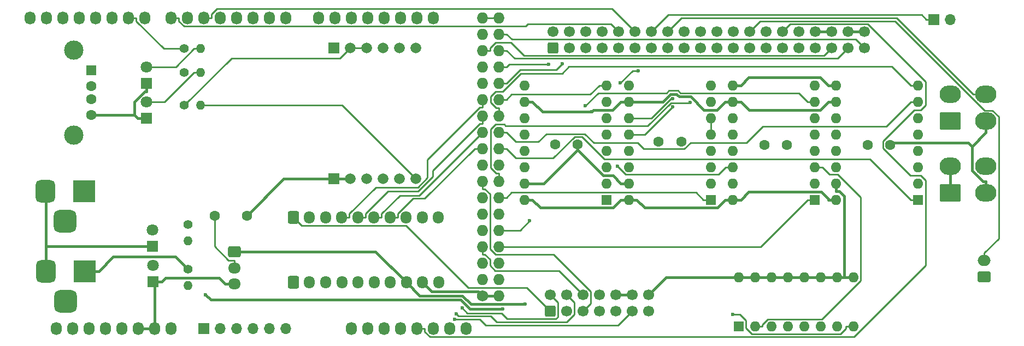
<source format=gbr>
G04 #@! TF.GenerationSoftware,KiCad,Pcbnew,(6.0.7-1)-1*
G04 #@! TF.CreationDate,2023-05-21T10:08:15+10:00*
G04 #@! TF.ProjectId,SARI_STANDBY_ETHERNET,53415249-5f53-4544-914e-4442595f4554,rev?*
G04 #@! TF.SameCoordinates,Original*
G04 #@! TF.FileFunction,Copper,L1,Top*
G04 #@! TF.FilePolarity,Positive*
%FSLAX46Y46*%
G04 Gerber Fmt 4.6, Leading zero omitted, Abs format (unit mm)*
G04 Created by KiCad (PCBNEW (6.0.7-1)-1) date 2023-05-21 10:08:15*
%MOMM*%
%LPD*%
G01*
G04 APERTURE LIST*
G04 Aperture macros list*
%AMRoundRect*
0 Rectangle with rounded corners*
0 $1 Rounding radius*
0 $2 $3 $4 $5 $6 $7 $8 $9 X,Y pos of 4 corners*
0 Add a 4 corners polygon primitive as box body*
4,1,4,$2,$3,$4,$5,$6,$7,$8,$9,$2,$3,0*
0 Add four circle primitives for the rounded corners*
1,1,$1+$1,$2,$3*
1,1,$1+$1,$4,$5*
1,1,$1+$1,$6,$7*
1,1,$1+$1,$8,$9*
0 Add four rect primitives between the rounded corners*
20,1,$1+$1,$2,$3,$4,$5,0*
20,1,$1+$1,$4,$5,$6,$7,0*
20,1,$1+$1,$6,$7,$8,$9,0*
20,1,$1+$1,$8,$9,$2,$3,0*%
G04 Aperture macros list end*
G04 #@! TA.AperFunction,ComponentPad*
%ADD10R,1.665000X1.665000*%
G04 #@! TD*
G04 #@! TA.AperFunction,ComponentPad*
%ADD11C,1.665000*%
G04 #@! TD*
G04 #@! TA.AperFunction,ComponentPad*
%ADD12O,1.400000X1.400000*%
G04 #@! TD*
G04 #@! TA.AperFunction,ComponentPad*
%ADD13C,1.400000*%
G04 #@! TD*
G04 #@! TA.AperFunction,ComponentPad*
%ADD14C,1.727200*%
G04 #@! TD*
G04 #@! TA.AperFunction,ComponentPad*
%ADD15O,1.727200X1.727200*%
G04 #@! TD*
G04 #@! TA.AperFunction,ComponentPad*
%ADD16O,1.727200X2.032000*%
G04 #@! TD*
G04 #@! TA.AperFunction,ComponentPad*
%ADD17R,1.700000X1.700000*%
G04 #@! TD*
G04 #@! TA.AperFunction,ComponentPad*
%ADD18O,1.700000X1.700000*%
G04 #@! TD*
G04 #@! TA.AperFunction,ComponentPad*
%ADD19R,1.800000X1.800000*%
G04 #@! TD*
G04 #@! TA.AperFunction,ComponentPad*
%ADD20C,1.800000*%
G04 #@! TD*
G04 #@! TA.AperFunction,ComponentPad*
%ADD21RoundRect,0.250000X0.600000X-0.600000X0.600000X0.600000X-0.600000X0.600000X-0.600000X-0.600000X0*%
G04 #@! TD*
G04 #@! TA.AperFunction,ComponentPad*
%ADD22C,1.700000*%
G04 #@! TD*
G04 #@! TA.AperFunction,ComponentPad*
%ADD23RoundRect,0.250000X-0.600000X-0.725000X0.600000X-0.725000X0.600000X0.725000X-0.600000X0.725000X0*%
G04 #@! TD*
G04 #@! TA.AperFunction,ComponentPad*
%ADD24O,1.700000X1.950000*%
G04 #@! TD*
G04 #@! TA.AperFunction,ComponentPad*
%ADD25C,1.600000*%
G04 #@! TD*
G04 #@! TA.AperFunction,ComponentPad*
%ADD26R,3.500000X3.500000*%
G04 #@! TD*
G04 #@! TA.AperFunction,ComponentPad*
%ADD27RoundRect,0.750000X-0.750000X-1.000000X0.750000X-1.000000X0.750000X1.000000X-0.750000X1.000000X0*%
G04 #@! TD*
G04 #@! TA.AperFunction,ComponentPad*
%ADD28RoundRect,0.875000X-0.875000X-0.875000X0.875000X-0.875000X0.875000X0.875000X-0.875000X0.875000X0*%
G04 #@! TD*
G04 #@! TA.AperFunction,ComponentPad*
%ADD29R,1.500000X1.600000*%
G04 #@! TD*
G04 #@! TA.AperFunction,ComponentPad*
%ADD30C,3.000000*%
G04 #@! TD*
G04 #@! TA.AperFunction,ComponentPad*
%ADD31RoundRect,0.250001X1.399999X-1.099999X1.399999X1.099999X-1.399999X1.099999X-1.399999X-1.099999X0*%
G04 #@! TD*
G04 #@! TA.AperFunction,ComponentPad*
%ADD32O,3.300000X2.700000*%
G04 #@! TD*
G04 #@! TA.AperFunction,ComponentPad*
%ADD33R,1.600000X1.600000*%
G04 #@! TD*
G04 #@! TA.AperFunction,ComponentPad*
%ADD34O,1.600000X1.600000*%
G04 #@! TD*
G04 #@! TA.AperFunction,ComponentPad*
%ADD35RoundRect,0.250000X0.750000X-0.600000X0.750000X0.600000X-0.750000X0.600000X-0.750000X-0.600000X0*%
G04 #@! TD*
G04 #@! TA.AperFunction,ComponentPad*
%ADD36O,2.000000X1.700000*%
G04 #@! TD*
G04 #@! TA.AperFunction,ComponentPad*
%ADD37O,1.950000X1.700000*%
G04 #@! TD*
G04 #@! TA.AperFunction,ComponentPad*
%ADD38RoundRect,0.250000X-0.725000X0.600000X-0.725000X-0.600000X0.725000X-0.600000X0.725000X0.600000X0*%
G04 #@! TD*
G04 #@! TA.AperFunction,ViaPad*
%ADD39C,0.600000*%
G04 #@! TD*
G04 #@! TA.AperFunction,Conductor*
%ADD40C,0.250000*%
G04 #@! TD*
G04 #@! TA.AperFunction,Conductor*
%ADD41C,0.450000*%
G04 #@! TD*
G04 APERTURE END LIST*
D10*
X174340000Y-95885000D03*
D11*
X176880000Y-95885000D03*
X179420000Y-95885000D03*
X181960000Y-95885000D03*
X184500000Y-95885000D03*
X187040000Y-95885000D03*
D10*
X174340000Y-75565000D03*
D11*
X176880000Y-75565000D03*
X179420000Y-75565000D03*
X181960000Y-75565000D03*
X184500000Y-75565000D03*
X187040000Y-75565000D03*
D12*
X153720000Y-84455000D03*
D13*
X151180000Y-84455000D03*
D14*
X197358000Y-114046000D03*
D15*
X199898000Y-114046000D03*
X197358000Y-111506000D03*
X199898000Y-111506000D03*
X197358000Y-108966000D03*
X199898000Y-108966000D03*
X197358000Y-106426000D03*
X199898000Y-106426000D03*
X197358000Y-103886000D03*
X199898000Y-103886000D03*
X197358000Y-101346000D03*
X199898000Y-101346000D03*
X197358000Y-98806000D03*
X199898000Y-98806000D03*
X197358000Y-96266000D03*
X199898000Y-96266000D03*
X197358000Y-93726000D03*
X199898000Y-93726000D03*
X197358000Y-91186000D03*
X199898000Y-91186000D03*
X197358000Y-88646000D03*
X199898000Y-88646000D03*
X197358000Y-86106000D03*
X199898000Y-86106000D03*
X197358000Y-83566000D03*
X199898000Y-83566000D03*
X197358000Y-81026000D03*
X199898000Y-81026000D03*
X197358000Y-78486000D03*
X199898000Y-78486000D03*
X197358000Y-75946000D03*
X199898000Y-75946000D03*
X197358000Y-73406000D03*
X199898000Y-73406000D03*
X197358000Y-70866000D03*
X199898000Y-70866000D03*
D16*
X131318000Y-119126000D03*
X133858000Y-119126000D03*
X136398000Y-119126000D03*
X138938000Y-119126000D03*
X141478000Y-119126000D03*
X144018000Y-119126000D03*
X146558000Y-119126000D03*
X149098000Y-119126000D03*
D17*
X154178000Y-119126000D03*
D18*
X156718000Y-119126000D03*
X159258000Y-119126000D03*
X161798000Y-119126000D03*
X164338000Y-119126000D03*
X166878000Y-119126000D03*
D16*
X177038000Y-119126000D03*
X179578000Y-119126000D03*
X182118000Y-119126000D03*
X184658000Y-119126000D03*
X187198000Y-119126000D03*
X189738000Y-119126000D03*
X192278000Y-119126000D03*
X194818000Y-119126000D03*
X127254000Y-70866000D03*
X129794000Y-70866000D03*
X132334000Y-70866000D03*
X134874000Y-70866000D03*
X137414000Y-70866000D03*
X139954000Y-70866000D03*
X142494000Y-70866000D03*
X145034000Y-70866000D03*
X149098000Y-70866000D03*
X151638000Y-70866000D03*
X154178000Y-70866000D03*
X156718000Y-70866000D03*
X159258000Y-70866000D03*
X161798000Y-70866000D03*
X164338000Y-70866000D03*
X166878000Y-70866000D03*
X171958000Y-70866000D03*
X174498000Y-70866000D03*
X177038000Y-70866000D03*
X179578000Y-70866000D03*
X182118000Y-70866000D03*
X184658000Y-70866000D03*
X187198000Y-70866000D03*
X189738000Y-70866000D03*
D19*
X145300000Y-81025000D03*
D20*
X145300000Y-78485000D03*
D19*
X145300000Y-86525000D03*
D20*
X145300000Y-83985000D03*
D13*
X151150000Y-75680000D03*
D12*
X153690000Y-75680000D03*
D21*
X207890000Y-116450000D03*
D22*
X207890000Y-113910000D03*
X210430000Y-116450000D03*
X210430000Y-113910000D03*
X212970000Y-116450000D03*
X212970000Y-113910000D03*
X215510000Y-116450000D03*
X215510000Y-113910000D03*
X218050000Y-116450000D03*
X218050000Y-113910000D03*
X220590000Y-116450000D03*
X220590000Y-113910000D03*
X223130000Y-116450000D03*
X223130000Y-113910000D03*
D19*
X146350000Y-111925000D03*
D20*
X146350000Y-109385000D03*
D23*
X168054000Y-101854000D03*
D24*
X170554000Y-101854000D03*
X173054000Y-101854000D03*
X175554000Y-101854000D03*
X178054000Y-101854000D03*
X180554000Y-101854000D03*
X183054000Y-101854000D03*
X185554000Y-101854000D03*
X188054000Y-101854000D03*
X190554000Y-101854000D03*
D13*
X151180000Y-79375000D03*
D12*
X153720000Y-79375000D03*
D13*
X151750000Y-109960000D03*
D12*
X151750000Y-112500000D03*
D25*
X241049600Y-90620000D03*
X244549600Y-90620000D03*
X224649600Y-90120000D03*
X228149600Y-90120000D03*
D26*
X135650000Y-97800000D03*
D27*
X129650000Y-97800000D03*
D28*
X132650000Y-102500000D03*
D29*
X136750000Y-79000000D03*
D25*
X136750000Y-81500000D03*
X136750000Y-83500000D03*
X136750000Y-86000000D03*
D30*
X134040000Y-75930000D03*
X134040000Y-89070000D03*
D31*
X269850000Y-98100000D03*
D32*
X269850000Y-93900000D03*
X275350000Y-98100000D03*
X275350000Y-93900000D03*
D25*
X257049600Y-90620000D03*
X260549600Y-90620000D03*
D21*
X208280000Y-75565000D03*
D22*
X208280000Y-73025000D03*
X210820000Y-75565000D03*
X210820000Y-73025000D03*
X213360000Y-75565000D03*
X213360000Y-73025000D03*
X215900000Y-75565000D03*
X215900000Y-73025000D03*
X218440000Y-75565000D03*
X218440000Y-73025000D03*
X220980000Y-75565000D03*
X220980000Y-73025000D03*
X223520000Y-75565000D03*
X223520000Y-73025000D03*
X226060000Y-75565000D03*
X226060000Y-73025000D03*
X228600000Y-75565000D03*
X228600000Y-73025000D03*
X231140000Y-75565000D03*
X231140000Y-73025000D03*
X233680000Y-75565000D03*
X233680000Y-73025000D03*
X236220000Y-75565000D03*
X236220000Y-73025000D03*
X238760000Y-75565000D03*
X238760000Y-73025000D03*
X241300000Y-75565000D03*
X241300000Y-73025000D03*
X243840000Y-75565000D03*
X243840000Y-73025000D03*
X246380000Y-75565000D03*
X246380000Y-73025000D03*
X248920000Y-75565000D03*
X248920000Y-73025000D03*
X251460000Y-75565000D03*
X251460000Y-73025000D03*
X254000000Y-75565000D03*
X254000000Y-73025000D03*
X256540000Y-75565000D03*
X256540000Y-73025000D03*
D33*
X264889600Y-99170000D03*
D34*
X264889600Y-96630000D03*
X264889600Y-94090000D03*
X264889600Y-91550000D03*
X264889600Y-89010000D03*
X264889600Y-86470000D03*
X264889600Y-83930000D03*
X264889600Y-81390000D03*
X252189600Y-81390000D03*
X252189600Y-83930000D03*
X252189600Y-86470000D03*
X252189600Y-89010000D03*
X252189600Y-91550000D03*
X252189600Y-94090000D03*
X252189600Y-96630000D03*
X252189600Y-99170000D03*
D26*
X135750000Y-110242500D03*
D27*
X129750000Y-110242500D03*
D28*
X132750000Y-114942500D03*
D25*
X160869000Y-101600000D03*
X155869000Y-101600000D03*
D19*
X146250000Y-106350000D03*
D20*
X146250000Y-103810000D03*
D13*
X151750000Y-103010000D03*
D12*
X151750000Y-105550000D03*
D33*
X232739600Y-99170000D03*
D34*
X232739600Y-96630000D03*
X232739600Y-94090000D03*
X232739600Y-91550000D03*
X232739600Y-89010000D03*
X232739600Y-86470000D03*
X232739600Y-83930000D03*
X232739600Y-81390000D03*
X220039600Y-81390000D03*
X220039600Y-83930000D03*
X220039600Y-86470000D03*
X220039600Y-89010000D03*
X220039600Y-91550000D03*
X220039600Y-94090000D03*
X220039600Y-96630000D03*
X220039600Y-99170000D03*
D23*
X168074000Y-111997000D03*
D24*
X170574000Y-111997000D03*
X173074000Y-111997000D03*
X175574000Y-111997000D03*
X178074000Y-111997000D03*
X180574000Y-111997000D03*
X183074000Y-111997000D03*
X185574000Y-111997000D03*
X188074000Y-111997000D03*
X190574000Y-111997000D03*
D35*
X275100000Y-111100000D03*
D36*
X275100000Y-108600000D03*
D37*
X158894000Y-112228000D03*
X158894000Y-109728000D03*
D38*
X158894000Y-107228000D03*
D33*
X237050000Y-118867500D03*
D34*
X239590000Y-118867500D03*
X242130000Y-118867500D03*
X244670000Y-118867500D03*
X247210000Y-118867500D03*
X249750000Y-118867500D03*
X252290000Y-118867500D03*
X254830000Y-118867500D03*
X254830000Y-111247500D03*
X252290000Y-111247500D03*
X249750000Y-111247500D03*
X247210000Y-111247500D03*
X244670000Y-111247500D03*
X242130000Y-111247500D03*
X239590000Y-111247500D03*
X237050000Y-111247500D03*
D33*
X248889600Y-99170000D03*
D34*
X248889600Y-96630000D03*
X248889600Y-94090000D03*
X248889600Y-91550000D03*
X248889600Y-89010000D03*
X248889600Y-86470000D03*
X248889600Y-83930000D03*
X248889600Y-81390000D03*
X236189600Y-81390000D03*
X236189600Y-83930000D03*
X236189600Y-86470000D03*
X236189600Y-89010000D03*
X236189600Y-91550000D03*
X236189600Y-94090000D03*
X236189600Y-96630000D03*
X236189600Y-99170000D03*
D33*
X216589600Y-99170000D03*
D34*
X216589600Y-96630000D03*
X216589600Y-94090000D03*
X216589600Y-91550000D03*
X216589600Y-89010000D03*
X216589600Y-86470000D03*
X216589600Y-83930000D03*
X216589600Y-81390000D03*
X203889600Y-81390000D03*
X203889600Y-83930000D03*
X203889600Y-86470000D03*
X203889600Y-89010000D03*
X203889600Y-91550000D03*
X203889600Y-94090000D03*
X203889600Y-96630000D03*
X203889600Y-99170000D03*
D17*
X267335000Y-71120000D03*
D18*
X269875000Y-71120000D03*
D25*
X208599600Y-90520000D03*
X212099600Y-90520000D03*
D31*
X269850000Y-86950000D03*
D32*
X269850000Y-82750000D03*
X275350000Y-86950000D03*
X275350000Y-82750000D03*
D39*
X236151800Y-116942200D03*
X218737200Y-80978200D03*
X221506600Y-79091500D03*
X226807400Y-84710500D03*
X226835400Y-83447000D03*
X218314600Y-93970200D03*
X200547600Y-116140500D03*
X154476500Y-113902400D03*
X193027900Y-117714600D03*
X213303200Y-84550100D03*
X204632200Y-102431700D03*
X229527300Y-84069400D03*
X209716700Y-77987400D03*
X207581800Y-78064100D03*
X203962900Y-115375000D03*
X214275800Y-85500000D03*
X193311700Y-116885700D03*
X194203500Y-115963800D03*
D40*
X148084700Y-83985000D02*
X145300000Y-83985000D01*
X152694700Y-79375000D02*
X148084700Y-83985000D01*
X153720000Y-79375000D02*
X152694700Y-79375000D01*
X149859700Y-78485000D02*
X145300000Y-78485000D01*
X152664700Y-75680000D02*
X149859700Y-78485000D01*
X153690000Y-75680000D02*
X152664700Y-75680000D01*
X175283800Y-77161200D02*
X176880000Y-75565000D01*
X158473800Y-77161200D02*
X175283800Y-77161200D01*
X151180000Y-84455000D02*
X158473800Y-77161200D01*
X179420000Y-75565000D02*
X176880000Y-75565000D01*
X175610000Y-84455000D02*
X187040000Y-95885000D01*
X153720000Y-84455000D02*
X175610000Y-84455000D01*
X254830000Y-118867500D02*
X253704700Y-118867500D01*
X237210600Y-116942200D02*
X236151800Y-116942200D01*
X238175400Y-117907000D02*
X237210600Y-116942200D01*
X238175400Y-119080400D02*
X238175400Y-117907000D01*
X239087800Y-119992800D02*
X238175400Y-119080400D01*
X252860800Y-119992800D02*
X239087800Y-119992800D01*
X253704700Y-119148900D02*
X252860800Y-119992800D01*
X253704700Y-118867500D02*
X253704700Y-119148900D01*
X220623900Y-79091500D02*
X221506600Y-79091500D01*
X218737200Y-80978200D02*
X220623900Y-79091500D01*
X222507900Y-89010000D02*
X226807400Y-84710500D01*
X220039600Y-89010000D02*
X222507900Y-89010000D01*
X220039600Y-86470000D02*
X221164900Y-86470000D01*
X226549700Y-83447000D02*
X226835400Y-83447000D01*
X223526700Y-86470000D02*
X226549700Y-83447000D01*
X221164900Y-86470000D02*
X223526700Y-86470000D01*
X143682900Y-71386100D02*
X143682900Y-70866000D01*
X147976800Y-75680000D02*
X143682900Y-71386100D01*
X151150000Y-75680000D02*
X147976800Y-75680000D01*
X142494000Y-70866000D02*
X143682900Y-70866000D01*
X219583400Y-95239000D02*
X218314600Y-93970200D01*
X233915300Y-95239000D02*
X219583400Y-95239000D01*
X235064300Y-94090000D02*
X233915300Y-95239000D01*
X236189600Y-94090000D02*
X235064300Y-94090000D01*
X240715300Y-118586100D02*
X240715300Y-118867500D01*
X241559200Y-117742200D02*
X240715300Y-118586100D01*
X249959700Y-117742200D02*
X241559200Y-117742200D01*
X255985100Y-111716800D02*
X249959700Y-117742200D01*
X255985100Y-98791000D02*
X255985100Y-111716800D01*
X252409400Y-95215300D02*
X255985100Y-98791000D01*
X251140200Y-95215300D02*
X252409400Y-95215300D01*
X250014900Y-94090000D02*
X251140200Y-95215300D01*
X248889600Y-94090000D02*
X250014900Y-94090000D01*
X239590000Y-118867500D02*
X240715300Y-118867500D01*
D41*
X149822400Y-108032400D02*
X151750000Y-109960000D01*
X140135400Y-108032400D02*
X149822400Y-108032400D01*
X137925300Y-110242500D02*
X140135400Y-108032400D01*
X135750000Y-110242500D02*
X137925300Y-110242500D01*
X233738900Y-100395400D02*
X234964300Y-99170000D01*
X222490300Y-100395400D02*
X233738900Y-100395400D01*
X221264900Y-99170000D02*
X222490300Y-100395400D01*
X220039600Y-99170000D02*
X221264900Y-99170000D01*
X235577000Y-99170000D02*
X234964300Y-99170000D01*
X235577000Y-99170000D02*
X236189600Y-99170000D01*
X250964300Y-99043100D02*
X250964300Y-99170000D01*
X249865800Y-97944600D02*
X250964300Y-99043100D01*
X238640300Y-97944600D02*
X249865800Y-97944600D01*
X237414900Y-99170000D02*
X238640300Y-97944600D01*
X236189600Y-99170000D02*
X237414900Y-99170000D01*
X252189600Y-99170000D02*
X250964300Y-99170000D01*
X217588900Y-100395400D02*
X218814300Y-99170000D01*
X206340300Y-100395400D02*
X217588900Y-100395400D01*
X205114900Y-99170000D02*
X206340300Y-100395400D01*
X203889600Y-99170000D02*
X205114900Y-99170000D01*
X220039600Y-99170000D02*
X218814300Y-99170000D01*
X155284400Y-114710300D02*
X154476500Y-113902400D01*
X193975800Y-114710300D02*
X155284400Y-114710300D01*
X195406000Y-116140500D02*
X193975800Y-114710300D01*
X200547600Y-116140500D02*
X195406000Y-116140500D01*
D40*
X275100000Y-108600000D02*
X275100000Y-107424700D01*
X277361300Y-105163400D02*
X275100000Y-107424700D01*
X277361300Y-86235600D02*
X277361300Y-105163400D01*
X276399300Y-85273600D02*
X277361300Y-86235600D01*
X275197200Y-85273600D02*
X276399300Y-85273600D01*
X261300600Y-71377000D02*
X275197200Y-85273600D01*
X240408000Y-71377000D02*
X261300600Y-71377000D01*
X238760000Y-73025000D02*
X240408000Y-71377000D01*
X196937800Y-117714600D02*
X193027900Y-117714600D01*
X197878800Y-118655600D02*
X196937800Y-117714600D01*
X218384400Y-118655600D02*
X197878800Y-118655600D01*
X220590000Y-116450000D02*
X218384400Y-118655600D01*
X155366900Y-70345900D02*
X155366900Y-70866000D01*
X156229000Y-69483800D02*
X155366900Y-70345900D01*
X217438800Y-69483800D02*
X156229000Y-69483800D01*
X220980000Y-73025000D02*
X217438800Y-69483800D01*
X154178000Y-70866000D02*
X155366900Y-70866000D01*
X149098000Y-70866000D02*
X150286900Y-70866000D01*
X217264600Y-71849600D02*
X218440000Y-73025000D01*
X204419900Y-71849600D02*
X217264600Y-71849600D01*
X204062100Y-72207400D02*
X204419900Y-71849600D01*
X151108200Y-72207400D02*
X204062100Y-72207400D01*
X150286900Y-71386100D02*
X151108200Y-72207400D01*
X150286900Y-70866000D02*
X150286900Y-71386100D01*
X199898000Y-70866000D02*
X197358000Y-70866000D01*
X264889600Y-81390000D02*
X263764300Y-81390000D01*
X199898000Y-86106000D02*
X199898000Y-84917100D01*
X260814700Y-78440400D02*
X263764300Y-81390000D01*
X210787400Y-78440400D02*
X260814700Y-78440400D01*
X209692500Y-79535300D02*
X210787400Y-78440400D01*
X203316100Y-79535300D02*
X209692500Y-79535300D01*
X200474400Y-82377000D02*
X203316100Y-79535300D01*
X199383700Y-82377000D02*
X200474400Y-82377000D01*
X198681700Y-83079000D02*
X199383700Y-82377000D01*
X198681700Y-84070300D02*
X198681700Y-83079000D01*
X199528500Y-84917100D02*
X198681700Y-84070300D01*
X199898000Y-84917100D02*
X199528500Y-84917100D01*
D41*
X239590000Y-111247500D02*
X242130000Y-111247500D01*
X242130000Y-111247500D02*
X244670000Y-111247500D01*
X244670000Y-111247500D02*
X247210000Y-111247500D01*
X247210000Y-111247500D02*
X249750000Y-111247500D01*
X249750000Y-111247500D02*
X252290000Y-111247500D01*
X256540000Y-73025000D02*
X254000000Y-73025000D01*
X199898000Y-114046000D02*
X197358000Y-114046000D01*
X249735800Y-80161500D02*
X250964300Y-81390000D01*
X238643400Y-80161500D02*
X249735800Y-80161500D01*
X237414900Y-81390000D02*
X238643400Y-80161500D01*
X236189600Y-81390000D02*
X237414900Y-81390000D01*
X252189600Y-81390000D02*
X250964300Y-81390000D01*
X239590000Y-111247500D02*
X237050000Y-111247500D01*
X225792500Y-111247500D02*
X223130000Y-113910000D01*
X237050000Y-111247500D02*
X225792500Y-111247500D01*
X275350000Y-86950000D02*
X275350000Y-88725300D01*
X275350000Y-98100000D02*
X275350000Y-96324700D01*
X272661700Y-90280000D02*
X273228500Y-90846800D01*
X260889600Y-90280000D02*
X272661700Y-90280000D01*
X260549600Y-90620000D02*
X260889600Y-90280000D01*
X275350000Y-88725300D02*
X273228500Y-90846800D01*
X274961600Y-96324700D02*
X275350000Y-96324700D01*
X273228500Y-94591600D02*
X274961600Y-96324700D01*
X273228500Y-90846800D02*
X273228500Y-94591600D01*
X189486700Y-113409700D02*
X188074000Y-111997000D01*
X196721700Y-113409700D02*
X189486700Y-113409700D01*
X197358000Y-114046000D02*
X196721700Y-113409700D01*
X253415000Y-98621200D02*
X253415000Y-111247500D01*
X252649100Y-97855300D02*
X253415000Y-98621200D01*
X252189600Y-97855300D02*
X252649100Y-97855300D01*
X252290000Y-111247500D02*
X253415000Y-111247500D01*
X253415000Y-111247500D02*
X254830000Y-111247500D01*
X252189600Y-96630000D02*
X252189600Y-97855300D01*
X220039600Y-96630000D02*
X218814300Y-96630000D01*
X206869800Y-96630000D02*
X212099600Y-91400200D01*
X203889600Y-96630000D02*
X206869800Y-96630000D01*
X216104000Y-95404600D02*
X212099600Y-91400200D01*
X217588900Y-95404600D02*
X216104000Y-95404600D01*
X218814300Y-96630000D02*
X217588900Y-95404600D01*
X212099600Y-91400200D02*
X212099600Y-90520000D01*
D40*
X264889600Y-83930000D02*
X263764300Y-83930000D01*
X199898000Y-88646000D02*
X201086900Y-88646000D01*
X202579400Y-90138500D02*
X201086900Y-88646000D01*
X206007600Y-90138500D02*
X202579400Y-90138500D01*
X207244100Y-88902000D02*
X206007600Y-90138500D01*
X213245200Y-88902000D02*
X207244100Y-88902000D01*
X214623200Y-90280000D02*
X213245200Y-88902000D01*
X221398700Y-90280000D02*
X214623200Y-90280000D01*
X222380200Y-91261500D02*
X221398700Y-90280000D01*
X228614100Y-91261500D02*
X222380200Y-91261500D01*
X229595600Y-90280000D02*
X228614100Y-91261500D01*
X238253600Y-90280000D02*
X229595600Y-90280000D01*
X240793600Y-87740000D02*
X238253600Y-90280000D01*
X259954300Y-87740000D02*
X240793600Y-87740000D01*
X263764300Y-83930000D02*
X259954300Y-87740000D01*
X232739600Y-86470000D02*
X232739600Y-89010000D01*
X202579400Y-92678500D02*
X201086900Y-91186000D01*
X208315300Y-92678500D02*
X202579400Y-92678500D01*
X211641400Y-89352400D02*
X208315300Y-92678500D01*
X212791300Y-89352400D02*
X211641400Y-89352400D01*
X216258900Y-92820000D02*
X212791300Y-89352400D01*
X257414300Y-92820000D02*
X216258900Y-92820000D01*
X263764300Y-99170000D02*
X257414300Y-92820000D01*
X264889600Y-99170000D02*
X263764300Y-99170000D01*
X199898000Y-91186000D02*
X201086900Y-91186000D01*
X203177900Y-103886000D02*
X199898000Y-103886000D01*
X204632200Y-102431700D02*
X203177900Y-103886000D01*
X248889600Y-83930000D02*
X247764300Y-83930000D01*
X215285700Y-82567600D02*
X213303200Y-84550100D01*
X225872500Y-82567600D02*
X215285700Y-82567600D01*
X226271700Y-82168400D02*
X225872500Y-82567600D01*
X227648900Y-82168400D02*
X226271700Y-82168400D01*
X228048100Y-82567600D02*
X227648900Y-82168400D01*
X246401900Y-82567600D02*
X228048100Y-82567600D01*
X247764300Y-83930000D02*
X246401900Y-82567600D01*
X248889600Y-99170000D02*
X247764300Y-99170000D01*
X240508300Y-106426000D02*
X199898000Y-106426000D01*
X247764300Y-99170000D02*
X240508300Y-106426000D01*
X201927600Y-74246700D02*
X201086900Y-73406000D01*
X255221700Y-74246700D02*
X201927600Y-74246700D01*
X256540000Y-75565000D02*
X255221700Y-74246700D01*
X199898000Y-73406000D02*
X201086900Y-73406000D01*
X202332700Y-77191800D02*
X201086900Y-75946000D01*
X252373200Y-77191800D02*
X202332700Y-77191800D01*
X254000000Y-75565000D02*
X252373200Y-77191800D01*
X199898000Y-75946000D02*
X201086900Y-75946000D01*
X197358000Y-75946000D02*
X198546900Y-75946000D01*
X198546900Y-75574400D02*
X198546900Y-75946000D01*
X199364200Y-74757100D02*
X198546900Y-75574400D01*
X201801100Y-74757100D02*
X199364200Y-74757100D01*
X203785400Y-76741400D02*
X201801100Y-74757100D01*
X250283600Y-76741400D02*
X203785400Y-76741400D01*
X251460000Y-75565000D02*
X250283600Y-76741400D01*
X187198000Y-119126000D02*
X188386900Y-119126000D01*
X245015400Y-71849600D02*
X243840000Y-73025000D01*
X257093400Y-71849600D02*
X245015400Y-71849600D01*
X266040500Y-80796700D02*
X257093400Y-71849600D01*
X266040500Y-84435800D02*
X266040500Y-80796700D01*
X265276300Y-85200000D02*
X266040500Y-84435800D01*
X264295000Y-85200000D02*
X265276300Y-85200000D01*
X259417600Y-90077400D02*
X264295000Y-85200000D01*
X259417600Y-91106300D02*
X259417600Y-90077400D01*
X263671300Y-95360000D02*
X259417600Y-91106300D01*
X265243000Y-95360000D02*
X263671300Y-95360000D01*
X266030800Y-96147800D02*
X265243000Y-95360000D01*
X266030800Y-109349600D02*
X266030800Y-96147800D01*
X254911500Y-120468900D02*
X266030800Y-109349600D01*
X189209700Y-120468900D02*
X254911500Y-120468900D01*
X188386900Y-119646100D02*
X189209700Y-120468900D01*
X188386900Y-119126000D02*
X188386900Y-119646100D01*
X199898000Y-96266000D02*
X199898000Y-95077100D01*
X229511500Y-84085200D02*
X229527300Y-84069400D01*
X226548400Y-84085200D02*
X229511500Y-84085200D01*
X222984600Y-87649000D02*
X226548400Y-84085200D01*
X200937100Y-87649000D02*
X222984600Y-87649000D01*
X200745100Y-87457000D02*
X200937100Y-87649000D01*
X199380500Y-87457000D02*
X200745100Y-87457000D01*
X198681700Y-88155800D02*
X199380500Y-87457000D01*
X198681700Y-94230300D02*
X198681700Y-88155800D01*
X199528500Y-95077100D02*
X198681700Y-94230300D01*
X199898000Y-95077100D02*
X199528500Y-95077100D01*
X201879600Y-98013300D02*
X201086900Y-98806000D01*
X230457600Y-98013300D02*
X201879600Y-98013300D01*
X231614300Y-99170000D02*
X230457600Y-98013300D01*
X232739600Y-99170000D02*
X231614300Y-99170000D01*
X199898000Y-98806000D02*
X201086900Y-98806000D01*
X216589600Y-81390000D02*
X215464300Y-81390000D01*
X199898000Y-83566000D02*
X201086900Y-83566000D01*
X214056300Y-82798000D02*
X215464300Y-81390000D01*
X201854900Y-82798000D02*
X214056300Y-82798000D01*
X201086900Y-83566000D02*
X201854900Y-82798000D01*
X226122600Y-70422400D02*
X223520000Y-73025000D01*
X265462100Y-70422400D02*
X226122600Y-70422400D01*
X266159700Y-71120000D02*
X265462100Y-70422400D01*
X267335000Y-71120000D02*
X266159700Y-71120000D01*
X204216000Y-112776000D02*
X207890000Y-116450000D01*
X195153100Y-112776000D02*
X204216000Y-112776000D01*
X185531500Y-103154400D02*
X195153100Y-112776000D01*
X169354400Y-103154400D02*
X185531500Y-103154400D01*
X168054000Y-101854000D02*
X169354400Y-103154400D01*
D41*
X269850000Y-93900000D02*
X269850000Y-98100000D01*
D40*
X275350000Y-82750000D02*
X273374700Y-82750000D01*
X261549700Y-70925000D02*
X273374700Y-82750000D01*
X228160000Y-70925000D02*
X261549700Y-70925000D01*
X226060000Y-73025000D02*
X228160000Y-70925000D01*
X199898000Y-81026000D02*
X201086900Y-81026000D01*
X203176500Y-78936400D02*
X201086900Y-81026000D01*
X208767700Y-78936400D02*
X203176500Y-78936400D01*
X209716700Y-77987400D02*
X208767700Y-78936400D01*
X201508800Y-78064100D02*
X201086900Y-78486000D01*
X207581800Y-78064100D02*
X201508800Y-78064100D01*
X199898000Y-78486000D02*
X201086900Y-78486000D01*
X183054000Y-101854000D02*
X184229300Y-101854000D01*
X197358000Y-91186000D02*
X196169100Y-91186000D01*
X188420000Y-98935100D02*
X196169100Y-91186000D01*
X186636400Y-98935100D02*
X188420000Y-98935100D01*
X184229300Y-101342200D02*
X186636400Y-98935100D01*
X184229300Y-101854000D02*
X184229300Y-101342200D01*
X187519200Y-98484800D02*
X197358000Y-88646000D01*
X184584300Y-98484800D02*
X187519200Y-98484800D01*
X181729300Y-101339800D02*
X184584300Y-98484800D01*
X181729300Y-101854000D02*
X181729300Y-101339800D01*
X180554000Y-101854000D02*
X181729300Y-101854000D01*
X178054000Y-101854000D02*
X179229300Y-101854000D01*
X197358000Y-86106000D02*
X197358000Y-87294900D01*
X196981300Y-87294900D02*
X197358000Y-87294900D01*
X189645200Y-94631000D02*
X196981300Y-87294900D01*
X189645200Y-95554200D02*
X189645200Y-94631000D01*
X187390100Y-97809300D02*
X189645200Y-95554200D01*
X182759800Y-97809300D02*
X187390100Y-97809300D01*
X179229300Y-101339800D02*
X182759800Y-97809300D01*
X179229300Y-101854000D02*
X179229300Y-101339800D01*
D41*
X251460000Y-73025000D02*
X248920000Y-73025000D01*
X220590000Y-113910000D02*
X218050000Y-113910000D01*
X249694300Y-85200000D02*
X250964300Y-83930000D01*
X238684900Y-85200000D02*
X249694300Y-85200000D01*
X237414900Y-83930000D02*
X238684900Y-85200000D01*
X236189600Y-83930000D02*
X237414900Y-83930000D01*
X252189600Y-83930000D02*
X250964300Y-83930000D01*
X180805000Y-107228000D02*
X185574000Y-111997000D01*
X158894000Y-107228000D02*
X180805000Y-107228000D01*
X187637000Y-114060000D02*
X185574000Y-111997000D01*
X194245200Y-114060000D02*
X187637000Y-114060000D01*
X195560200Y-115375000D02*
X194245200Y-114060000D01*
X203962900Y-115375000D02*
X195560200Y-115375000D01*
X236189600Y-83930000D02*
X234964300Y-83930000D01*
X220039600Y-83930000D02*
X221264900Y-83930000D01*
X203889600Y-83930000D02*
X205114900Y-83930000D01*
X220039600Y-83930000D02*
X218814300Y-83930000D01*
X214531200Y-85244600D02*
X214275800Y-85500000D01*
X217499700Y-85244600D02*
X214531200Y-85244600D01*
X218814300Y-83930000D02*
X217499700Y-85244600D01*
X206684900Y-85500000D02*
X205114900Y-83930000D01*
X214275800Y-85500000D02*
X206684900Y-85500000D01*
X225288400Y-83930000D02*
X221264900Y-83930000D01*
X226499700Y-82718700D02*
X225288400Y-83930000D01*
X227420900Y-82718700D02*
X226499700Y-82718700D01*
X227820100Y-83117900D02*
X227420900Y-82718700D01*
X229601600Y-83117900D02*
X227820100Y-83117900D01*
X231689300Y-85205600D02*
X229601600Y-83117900D01*
X233688700Y-85205600D02*
X231689300Y-85205600D01*
X234964300Y-83930000D02*
X233688700Y-85205600D01*
D40*
X196986500Y-84754900D02*
X197358000Y-84754900D01*
X188829700Y-92911700D02*
X196986500Y-84754900D01*
X188829700Y-95732800D02*
X188829700Y-92911700D01*
X187362600Y-97199900D02*
X188829700Y-95732800D01*
X180869200Y-97199900D02*
X187362600Y-97199900D01*
X176729300Y-101339800D02*
X180869200Y-97199900D01*
X176729300Y-101854000D02*
X176729300Y-101339800D01*
X175554000Y-101854000D02*
X176729300Y-101854000D01*
X197358000Y-83566000D02*
X197358000Y-84754900D01*
D41*
X148283400Y-111316900D02*
X147675300Y-111925000D01*
X156582600Y-111316900D02*
X148283400Y-111316900D01*
X157493700Y-112228000D02*
X156582600Y-111316900D01*
X158894000Y-112228000D02*
X157493700Y-112228000D01*
X145300000Y-86525000D02*
X143974700Y-86525000D01*
X146558000Y-119126000D02*
X144018000Y-119126000D01*
X166584000Y-95885000D02*
X174340000Y-95885000D01*
X160869000Y-101600000D02*
X166584000Y-95885000D01*
X176880000Y-95885000D02*
X174340000Y-95885000D01*
X146350000Y-111925000D02*
X147012700Y-111925000D01*
X147012700Y-111925000D02*
X147675300Y-111925000D01*
X146558000Y-112379700D02*
X146558000Y-119126000D01*
X147012700Y-111925000D02*
X146558000Y-112379700D01*
X146250000Y-106350000D02*
X144924700Y-106350000D01*
X129750000Y-106350000D02*
X144924700Y-106350000D01*
X129750000Y-110242500D02*
X129750000Y-106350000D01*
X129750000Y-97900000D02*
X129650000Y-97800000D01*
X129750000Y-106350000D02*
X129750000Y-97900000D01*
X145300000Y-81025000D02*
X145300000Y-82350300D01*
X145044900Y-82350300D02*
X145300000Y-82350300D01*
X143449700Y-83945500D02*
X145044900Y-82350300D01*
X143449700Y-86000000D02*
X143449700Y-83945500D01*
X136750000Y-86000000D02*
X143449700Y-86000000D01*
X143449700Y-86000000D02*
X143974700Y-86525000D01*
D40*
X197729600Y-107614900D02*
X197358000Y-107614900D01*
X198546900Y-108432200D02*
X197729600Y-107614900D01*
X198546900Y-109352900D02*
X198546900Y-108432200D01*
X199349000Y-110155000D02*
X198546900Y-109352900D01*
X209215000Y-110155000D02*
X199349000Y-110155000D01*
X212970000Y-113910000D02*
X209215000Y-110155000D01*
X197358000Y-106426000D02*
X197358000Y-107614900D01*
X197729600Y-97454900D02*
X197358000Y-97454900D01*
X198546900Y-98272200D02*
X197729600Y-97454900D01*
X198546900Y-106790300D02*
X198546900Y-98272200D01*
X199419900Y-107663300D02*
X198546900Y-106790300D01*
X208412600Y-107663300D02*
X199419900Y-107663300D01*
X214160600Y-113411300D02*
X208412600Y-107663300D01*
X214160600Y-115259400D02*
X214160600Y-113411300D01*
X212970000Y-116450000D02*
X214160600Y-115259400D01*
X197358000Y-96266000D02*
X197358000Y-97454900D01*
X193656100Y-117230100D02*
X193311700Y-116885700D01*
X198640300Y-117230100D02*
X193656100Y-117230100D01*
X199566700Y-118156500D02*
X198640300Y-117230100D01*
X210390700Y-118156500D02*
X199566700Y-118156500D01*
X211612700Y-116934500D02*
X210390700Y-118156500D01*
X211612700Y-115092700D02*
X211612700Y-116934500D01*
X210430000Y-113910000D02*
X211612700Y-115092700D01*
X195019400Y-116779700D02*
X194203500Y-115963800D01*
X200302400Y-116779700D02*
X195019400Y-116779700D01*
X201188900Y-117666200D02*
X200302400Y-116779700D01*
X208753200Y-117666200D02*
X201188900Y-117666200D01*
X209072700Y-117346700D02*
X208753200Y-117666200D01*
X209072700Y-115092700D02*
X209072700Y-117346700D01*
X207890000Y-113910000D02*
X209072700Y-115092700D01*
X155869000Y-106409200D02*
X155869000Y-101600000D01*
X158012500Y-108552700D02*
X155869000Y-106409200D01*
X158894000Y-108552700D02*
X158012500Y-108552700D01*
X158894000Y-109728000D02*
X158894000Y-108552700D01*
M02*

</source>
